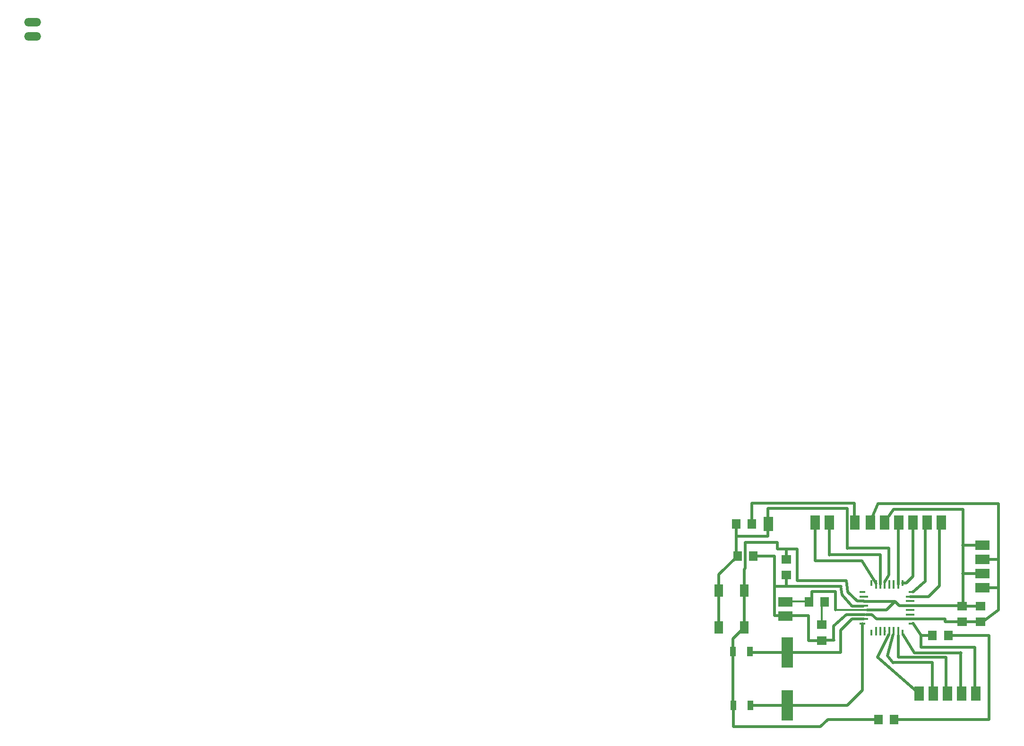
<source format=gbr>
%TF.GenerationSoftware,KiCad,Pcbnew,(6.0.0-0)*%
%TF.CreationDate,2022-04-29T14:29:20-04:00*%
%TF.ProjectId,satshakitmodifiedv4,73617473-6861-46b6-9974-6d6f64696669,rev?*%
%TF.SameCoordinates,Original*%
%TF.FileFunction,Copper,L1,Top*%
%TF.FilePolarity,Positive*%
%FSLAX46Y46*%
G04 Gerber Fmt 4.6, Leading zero omitted, Abs format (unit mm)*
G04 Created by KiCad (PCBNEW (6.0.0-0)) date 2022-04-29 14:29:20*
%MOMM*%
%LPD*%
G01*
G04 APERTURE LIST*
%TA.AperFunction,NonConductor*%
%ADD10C,0.500000*%
%TD*%
%TA.AperFunction,NonConductor*%
%ADD11C,0.200000*%
%TD*%
%TA.AperFunction,SMDPad,CuDef*%
%ADD12R,1.700000X2.500000*%
%TD*%
%TA.AperFunction,SMDPad,CuDef*%
%ADD13R,1.803000X1.600000*%
%TD*%
%TA.AperFunction,SMDPad,CuDef*%
%ADD14R,1.800000X1.600000*%
%TD*%
%TA.AperFunction,SMDPad,CuDef*%
%ADD15R,1.117600X1.803400*%
%TD*%
%TA.AperFunction,SMDPad,CuDef*%
%ADD16R,2.000000X5.500000*%
%TD*%
%TA.AperFunction,SMDPad,CuDef*%
%ADD17R,1.016000X0.406400*%
%TD*%
%TA.AperFunction,SMDPad,CuDef*%
%ADD18R,1.524000X0.355600*%
%TD*%
%TA.AperFunction,SMDPad,CuDef*%
%ADD19R,0.406400X1.016000*%
%TD*%
%TA.AperFunction,SMDPad,CuDef*%
%ADD20R,0.355600X1.524000*%
%TD*%
%TA.AperFunction,SMDPad,CuDef*%
%ADD21R,2.500000X1.700000*%
%TD*%
%TA.AperFunction,SMDPad,CuDef*%
%ADD22R,1.600000X1.800000*%
%TD*%
%TA.AperFunction,SMDPad,CuDef*%
%ADD23R,1.524000X2.286000*%
%TD*%
%TA.AperFunction,SMDPad,CuDef*%
%ADD24R,1.600000X1.803000*%
%TD*%
%TA.AperFunction,ComponentPad*%
%ADD25O,3.016000X1.508000*%
%TD*%
%TA.AperFunction,Conductor*%
%ADD26C,0.500000*%
%TD*%
%TA.AperFunction,Conductor*%
%ADD27C,0.254000*%
%TD*%
%TA.AperFunction,Conductor*%
%ADD28C,0.304800*%
%TD*%
G04 APERTURE END LIST*
D10*
X150368000Y-104902000D02*
X149352000Y-104902000D01*
X153162000Y-112268000D02*
X154178000Y-113538000D01*
X154178000Y-108458000D02*
X153162000Y-112268000D01*
X157988000Y-111760000D02*
X155956000Y-108458000D01*
X166370000Y-111760000D02*
X157988000Y-111760000D01*
X157734000Y-106426000D02*
X159258000Y-108712000D01*
X151384000Y-112522000D02*
X153416000Y-114300000D01*
X153416000Y-108458000D02*
X151384000Y-112522000D01*
X153416000Y-114300000D02*
X158762800Y-119035900D01*
X143510000Y-106934000D02*
X143510000Y-109474000D01*
X145796000Y-104902000D02*
X143510000Y-106934000D01*
X149098000Y-104902000D02*
X145796000Y-104902000D01*
X145034000Y-101346000D02*
X144780000Y-99822000D01*
X145796000Y-98806000D02*
X146050000Y-100838000D01*
D11*
X145542000Y-98806000D02*
X145796000Y-98806000D01*
D10*
X146812000Y-103378000D02*
X145034000Y-101346000D01*
X148844000Y-103378000D02*
X146812000Y-103378000D01*
X153416000Y-92964000D02*
X146050000Y-92964000D01*
X153416000Y-97790000D02*
X153416000Y-92964000D01*
X152654000Y-99060000D02*
X153416000Y-97790000D01*
X148590000Y-95250000D02*
X140208000Y-95250000D01*
X151130000Y-99314000D02*
X148590000Y-95250000D01*
X157734000Y-100838000D02*
X159766000Y-99060000D01*
X170180000Y-97536000D02*
X166624000Y-97536000D01*
X172986800Y-104049900D02*
X172986800Y-98969900D01*
X169938800Y-106335900D02*
X172986800Y-104049900D01*
X149872800Y-88555900D02*
X151396800Y-84999900D01*
X166636800Y-96683900D02*
X166636800Y-86015900D01*
X170180000Y-100076000D02*
X172974000Y-100076000D01*
X170166000Y-92476000D02*
X166624000Y-92456000D01*
X166636800Y-86015900D02*
X154190800Y-86015900D01*
X172986800Y-98969900D02*
X172986800Y-84999900D01*
X170180000Y-94996000D02*
X172974000Y-94996000D01*
X166636800Y-103541900D02*
X166636800Y-96683900D01*
X172986800Y-84999900D02*
X151396800Y-84999900D01*
X154190800Y-86015900D02*
X152412800Y-88555900D01*
D12*
%TO.P,REF\u002A\u002A,1*%
%TO.N,VCC*%
X150114000Y-88392000D03*
%TO.P,REF\u002A\u002A,2*%
%TO.N,GND*%
X152654000Y-88392000D03*
%TD*%
%TO.P,REF\u002A\u002A,1*%
%TO.N,1(Tx)*%
X140208000Y-88392000D03*
%TO.P,REF\u002A\u002A,2*%
%TO.N,0(Rx)*%
X142748000Y-88392000D03*
%TD*%
D13*
%TO.P,LED_GREEN,1*%
%TO.N,VCC*%
X141376400Y-109569000D03*
%TO.P,LED_GREEN,2*%
%TO.N,N$26*%
X141376400Y-106725000D03*
%TD*%
D14*
%TO.P,C4,1*%
%TO.N,VCC*%
X166522400Y-106245000D03*
%TO.P,C4,2*%
%TO.N,GND*%
X166522400Y-103445000D03*
%TD*%
D15*
%TO.P,C1,1*%
%TO.N,GND*%
X125450600Y-111525200D03*
%TO.P,C1,2*%
%TO.N,N$2*%
X128447800Y-111525200D03*
%TD*%
D12*
%TO.P,REF\u002A\u002A,1*%
%TO.N,N$3*%
X147320000Y-88392000D03*
%TD*%
D16*
%TO.P,CRYSTAL,1*%
%TO.N,N$9*%
X135178800Y-121202800D03*
%TO.P,CRYSTAL,2*%
%TO.N,N$2*%
X135178800Y-111702800D03*
%TD*%
D14*
%TO.P,C3,1*%
%TO.N,VCC*%
X135026400Y-97863000D03*
%TO.P,C3,2*%
%TO.N,GND*%
X135026400Y-95063000D03*
%TD*%
D17*
%TO.P,MICRO,1*%
%TO.N,3*%
X148640800Y-100902000D03*
D18*
%TO.P,MICRO,2*%
%TO.N,4*%
X148894800Y-101702000D03*
%TO.P,MICRO,3*%
%TO.N,GND*%
X148894800Y-102502000D03*
%TO.P,MICRO,4*%
%TO.N,VCC*%
X148894800Y-103302000D03*
%TO.P,MICRO,5*%
%TO.N,GND*%
X148894800Y-104102000D03*
%TO.P,MICRO,6*%
%TO.N,VCC*%
X148894800Y-104902000D03*
%TO.P,MICRO,7*%
%TO.N,N$2*%
X148894800Y-105702000D03*
D17*
%TO.P,MICRO,8*%
%TO.N,N$9*%
X148640800Y-106502000D03*
D19*
%TO.P,MICRO,9*%
%TO.N,5*%
X150260400Y-108121600D03*
D20*
%TO.P,MICRO,10*%
%TO.N,6*%
X151060400Y-107867600D03*
%TO.P,MICRO,11*%
%TO.N,7*%
X151860400Y-107867600D03*
%TO.P,MICRO,12*%
%TO.N,8*%
X152660400Y-107867600D03*
%TO.P,MICRO,13*%
%TO.N,9*%
X153460400Y-107867600D03*
%TO.P,MICRO,14*%
%TO.N,10*%
X154260400Y-107867600D03*
%TO.P,MICRO,15*%
%TO.N,11*%
X155060400Y-107867600D03*
D19*
%TO.P,MICRO,16*%
%TO.N,12*%
X155860400Y-108121600D03*
D17*
%TO.P,MICRO,17*%
%TO.N,13*%
X157480000Y-106502000D03*
D18*
%TO.P,MICRO,18*%
%TO.N,VCC*%
X157226000Y-105702000D03*
%TO.P,MICRO,19*%
%TO.N,ADC6*%
X157226000Y-104902000D03*
%TO.P,MICRO,20*%
%TO.N,VCC*%
X157226000Y-104102000D03*
%TO.P,MICRO,21*%
%TO.N,GND*%
X157226000Y-103302000D03*
%TO.P,MICRO,22*%
%TO.N,ADC7*%
X157226000Y-102502000D03*
%TO.P,MICRO,23*%
%TO.N,A0*%
X157226000Y-101702000D03*
D17*
%TO.P,MICRO,24*%
%TO.N,A1*%
X157480000Y-100902000D03*
D19*
%TO.P,MICRO,25*%
%TO.N,A2*%
X155860400Y-99282400D03*
D20*
%TO.P,MICRO,26*%
%TO.N,A3*%
X155060400Y-99536400D03*
%TO.P,MICRO,27*%
%TO.N,A4*%
X154260400Y-99536400D03*
%TO.P,MICRO,28*%
%TO.N,A5*%
X153460400Y-99536400D03*
%TO.P,MICRO,29*%
%TO.N,RST*%
X152660400Y-99536400D03*
%TO.P,MICRO,30*%
%TO.N,0(Rx)*%
X151860400Y-99536400D03*
%TO.P,MICRO,31*%
%TO.N,1(Tx)*%
X151060400Y-99536400D03*
D19*
%TO.P,MICRO,32*%
%TO.N,2*%
X150260400Y-99282400D03*
%TD*%
D14*
%TO.P,C5,1*%
%TO.N,VCC*%
X169824400Y-106245000D03*
%TO.P,C5,2*%
%TO.N,GND*%
X169824400Y-103445000D03*
%TD*%
D21*
%TO.P,REF\u002A\u002A,1*%
%TO.N,GND*%
X170166000Y-92476000D03*
%TO.P,REF\u002A\u002A,2*%
%TO.N,VCC*%
X170166000Y-95016000D03*
%TD*%
D22*
%TO.P,R1,1*%
%TO.N,VCC*%
X129060400Y-94405600D03*
%TO.P,R1,2*%
%TO.N,RST*%
X126260400Y-94405600D03*
%TD*%
D23*
%TO.P,SWITCH,1*%
%TO.N,RST*%
X122936000Y-107188000D03*
%TO.P,SWITCH,2*%
X122936000Y-100584000D03*
%TO.P,SWITCH,3*%
%TO.N,GND*%
X127508000Y-107188000D03*
%TO.P,SWITCH,4*%
X127508000Y-100584000D03*
%TD*%
D22*
%TO.P,R3,1*%
%TO.N,GND*%
X151508000Y-123698000D03*
%TO.P,R3,2*%
%TO.N,N$27*%
X154308000Y-123698000D03*
%TD*%
D12*
%TO.P,REF\u002A\u002A,1*%
%TO.N,RST*%
X131826000Y-88646000D03*
%TD*%
%TO.P,REF\u002A\u002A,1*%
%TO.N,N/C*%
X158762800Y-119035900D03*
%TO.P,REF\u002A\u002A,2*%
%TO.N,10*%
X161302800Y-119035900D03*
%TO.P,REF\u002A\u002A,3*%
%TO.N,11*%
X163842800Y-119035900D03*
%TO.P,REF\u002A\u002A,4*%
%TO.N,12*%
X166382800Y-119035900D03*
%TO.P,REF\u002A\u002A,5*%
%TO.N,N$12*%
X168922800Y-119035900D03*
%TD*%
D15*
%TO.P,C2,1*%
%TO.N,GND*%
X125552200Y-121202600D03*
%TO.P,C2,2*%
%TO.N,N$9*%
X128549400Y-121202600D03*
%TD*%
D12*
%TO.P,REF\u002A\u002A,1*%
%TO.N,A1*%
X160274000Y-88392000D03*
%TO.P,REF\u002A\u002A,2*%
%TO.N,A0*%
X162814000Y-88392000D03*
%TD*%
D24*
%TO.P,LED_13,1*%
%TO.N,N$12*%
X161163400Y-108655000D03*
%TO.P,LED_13,2*%
%TO.N,N$27*%
X164007400Y-108655000D03*
%TD*%
D12*
%TO.P,REF\u002A\u002A,1*%
%TO.N,A3*%
X155194000Y-88392000D03*
%TO.P,REF\u002A\u002A,2*%
%TO.N,A2*%
X157734000Y-88392000D03*
%TD*%
D22*
%TO.P,C6,1*%
%TO.N,RST*%
X126006400Y-88716000D03*
%TO.P,C6,2*%
%TO.N,N$3*%
X128806400Y-88716000D03*
%TD*%
D21*
%TO.P,REF\u002A\u002A,1*%
%TO.N,GND*%
X134874000Y-102616000D03*
%TO.P,REF\u002A\u002A,2*%
%TO.N,VCC*%
X134874000Y-105156000D03*
%TD*%
%TO.P,REF\u002A\u002A,1*%
%TO.N,GND*%
X170180000Y-97536000D03*
%TO.P,REF\u002A\u002A,2*%
%TO.N,VCC*%
X170180000Y-100076000D03*
%TD*%
D22*
%TO.P,R2,1*%
%TO.N,N$26*%
X141887400Y-102686000D03*
%TO.P,R2,2*%
%TO.N,GND*%
X139087400Y-102686000D03*
%TD*%
D25*
%TO.P,POWER,1*%
%TO.N,N/C*%
X0Y-1270000D03*
%TO.P,POWER,2*%
X0Y1270000D03*
%TD*%
D26*
%TO.N,VCC*%
X151168000Y-105702000D02*
X150368000Y-104902000D01*
X157226000Y-105702000D02*
X151168000Y-105702000D01*
D27*
%TO.N,GND*%
X154447946Y-102528925D02*
X154483511Y-102564489D01*
D26*
X154483511Y-102564489D02*
X155221021Y-103302000D01*
X149504400Y-104083000D02*
X152965000Y-104083000D01*
X152965000Y-104083000D02*
X154483511Y-102564489D01*
X155221021Y-103302000D02*
X157226000Y-103302000D01*
%TO.N,N$2*%
X144722800Y-111702800D02*
X135178800Y-111702800D01*
X148894800Y-105702000D02*
X146774000Y-105702000D01*
X146774000Y-105702000D02*
X144722800Y-107753200D01*
X144722800Y-107753200D02*
X144722800Y-111702800D01*
%TO.N,N$9*%
X148640800Y-106502000D02*
X148640800Y-118510400D01*
X148640800Y-118510400D02*
X145948400Y-121202800D01*
%TO.N,GND*%
X147701978Y-102502000D02*
X146050000Y-100850022D01*
X148894800Y-102502000D02*
X147701978Y-102502000D01*
X145567400Y-98876000D02*
X145358000Y-98876000D01*
X145358000Y-98876000D02*
X136931400Y-98876000D01*
%TO.N,A2*%
X156495600Y-99282400D02*
X157734000Y-98044000D01*
X155860400Y-99282400D02*
X156495600Y-99282400D01*
X157734000Y-98044000D02*
X157734000Y-94742000D01*
%TO.N,A0*%
X157226000Y-101702000D02*
X160521400Y-101702000D01*
X162458400Y-99765000D02*
X162458400Y-88462000D01*
X160521400Y-101702000D02*
X162458400Y-99765000D01*
%TO.N,A2*%
X157734000Y-94742000D02*
X157734000Y-88392000D01*
D28*
%TO.N,1(Tx)*%
X140265000Y-95193000D02*
X140208000Y-95250000D01*
D26*
X140208000Y-95250000D02*
X140208000Y-88392000D01*
%TO.N,0(Rx)*%
X151860400Y-99536400D02*
X151860400Y-94177000D01*
X151860400Y-94177000D02*
X142805000Y-94177000D01*
D28*
X142805000Y-94177000D02*
X142748000Y-94234000D01*
D26*
X142748000Y-94234000D02*
X142748000Y-88392000D01*
%TO.N,VCC*%
X166522400Y-106245000D02*
X169824400Y-106245000D01*
X144805400Y-99892000D02*
X135026400Y-99892000D01*
X141376400Y-109569000D02*
X138963400Y-109569000D01*
X132867400Y-99892000D02*
X135026400Y-99892000D01*
X138963400Y-109569000D02*
X138963400Y-105099000D01*
X143535400Y-109544000D02*
X141376400Y-109544000D01*
D28*
X157226000Y-104102000D02*
X157226000Y-104108400D01*
D26*
X132867400Y-99892000D02*
X132867400Y-105099000D01*
X163474400Y-105702000D02*
X163474400Y-106242000D01*
D28*
X135407400Y-97990000D02*
X135407400Y-98114000D01*
D26*
X132867400Y-94405600D02*
X129060400Y-94405600D01*
D28*
X157226000Y-105708600D02*
X157226000Y-105702000D01*
D26*
X138963400Y-105099000D02*
X135204200Y-105099000D01*
D28*
X149580600Y-104895800D02*
X148894800Y-104902000D01*
D26*
X157226000Y-105702000D02*
X163474400Y-105702000D01*
D28*
X157226000Y-105734000D02*
X157226000Y-105702000D01*
D26*
X163474400Y-106242000D02*
X166522400Y-106242000D01*
D28*
X157226000Y-104102000D02*
X156616400Y-104083000D01*
D27*
X157226000Y-104102000D02*
X156616400Y-104102000D01*
X156616400Y-104102000D02*
X156616400Y-104083000D01*
D26*
X135026400Y-99892000D02*
X135026400Y-97863000D01*
X132867400Y-94405600D02*
X132867400Y-99892000D01*
D28*
X141376400Y-109544000D02*
X141376400Y-109569000D01*
D26*
X135204200Y-105099000D02*
X132867400Y-105099000D01*
D28*
%TO.N,N$2*%
X128447800Y-111702800D02*
X128447800Y-111525200D01*
X148894800Y-105734000D02*
X148894800Y-105702000D01*
D26*
X135178800Y-111702800D02*
X128447800Y-111702800D01*
D28*
X128447800Y-111703000D02*
X128447800Y-111525200D01*
D26*
%TO.N,N$9*%
X135178800Y-121202800D02*
X128549400Y-121202800D01*
X135178800Y-121202800D02*
X145948400Y-121202800D01*
D28*
X128549400Y-121202800D02*
X128549400Y-121202600D01*
X148640800Y-106496000D02*
X148640800Y-106502000D01*
X128549400Y-121228000D02*
X128549400Y-121202600D01*
%TO.N,GND*%
X143789400Y-104083000D02*
X148894800Y-104083000D01*
D26*
X133375400Y-92018000D02*
X127660400Y-92018000D01*
X125450600Y-111525200D02*
X125450600Y-109245400D01*
D28*
X157226000Y-103302000D02*
X156616400Y-103321000D01*
D26*
X127508000Y-100584000D02*
X127508000Y-96824800D01*
X136931400Y-98876000D02*
X136931400Y-93161000D01*
X127660400Y-92018000D02*
X127660400Y-96672400D01*
X166522400Y-103445000D02*
X169824400Y-103445000D01*
X125450600Y-109245400D02*
X127508000Y-107188000D01*
X125552200Y-125038000D02*
X125552200Y-121202600D01*
X127508000Y-107188000D02*
X127508000Y-100584000D01*
D28*
X139595400Y-102559000D02*
X139087400Y-102686000D01*
D26*
X136931400Y-93161000D02*
X135026400Y-93161000D01*
X133375400Y-93161000D02*
X133375400Y-92018000D01*
X151508000Y-123698000D02*
X142462400Y-123698000D01*
X127508000Y-96824800D02*
X127660400Y-96672400D01*
D28*
X148894800Y-104083000D02*
X148894800Y-104102000D01*
X125450600Y-111525200D02*
X125374400Y-111525200D01*
X157226000Y-103295600D02*
X157226000Y-103302000D01*
D26*
X157226000Y-103302000D02*
X166522400Y-103302000D01*
D28*
X139595400Y-102813000D02*
X139087400Y-102686000D01*
D26*
X135026400Y-95063000D02*
X135026400Y-93161000D01*
X143789400Y-100781000D02*
X143789400Y-104083000D01*
X139598400Y-100781000D02*
X143789400Y-100781000D01*
D28*
X166522400Y-103302000D02*
X166522400Y-103445000D01*
D27*
X148894800Y-102502000D02*
X148921725Y-102528925D01*
D26*
X148921725Y-102528925D02*
X154447946Y-102528925D01*
X135026400Y-93161000D02*
X133375400Y-93161000D01*
X125450600Y-121202600D02*
X125450600Y-111525200D01*
D28*
X149504400Y-104083000D02*
X148894800Y-104102000D01*
X125552200Y-121202600D02*
X125450600Y-121202600D01*
D26*
X139598400Y-102813000D02*
X139598400Y-100781000D01*
D28*
X135204200Y-102559000D02*
X139595400Y-102559000D01*
X139595400Y-102813000D02*
X139598400Y-102813000D01*
X148894800Y-104108400D02*
X148894800Y-104102000D01*
D26*
X141122400Y-125038000D02*
X125552200Y-125038000D01*
X142462400Y-123698000D02*
X141122400Y-125038000D01*
D28*
X125450600Y-111525200D02*
X125501400Y-111525200D01*
D26*
%TO.N,N$12*%
X161163400Y-108655000D02*
X159156400Y-108655000D01*
X168808400Y-119069000D02*
X168808400Y-110814000D01*
X159156400Y-108655000D02*
X159156400Y-110814000D01*
X168808400Y-110814000D02*
X159156400Y-110814000D01*
D28*
%TO.N,N$26*%
X141887400Y-102686000D02*
X142265400Y-102940000D01*
X141887400Y-103067000D02*
X141887400Y-102686000D01*
X141376400Y-103067000D02*
X141887400Y-103067000D01*
X141376400Y-106725000D02*
X141376400Y-103067000D01*
%TO.N,N$27*%
X171348400Y-123768000D02*
X171278400Y-123698000D01*
D26*
X171278400Y-123698000D02*
X154308000Y-123698000D01*
X171348400Y-108655000D02*
X171348400Y-123768000D01*
X171348400Y-108655000D02*
X164007400Y-108655000D01*
%TO.N,N$3*%
X128806400Y-84956800D02*
X147218400Y-84956800D01*
X147218400Y-84956800D02*
X147218400Y-88462000D01*
X128806400Y-84956800D02*
X128806400Y-88716000D01*
%TO.N,RST*%
X126006400Y-94405600D02*
X126006400Y-90875000D01*
X131724400Y-85922000D02*
X145948400Y-85922000D01*
X145948400Y-85922000D02*
X145948400Y-93084800D01*
D28*
X126260400Y-94405600D02*
X126006400Y-94405600D01*
D26*
X122936000Y-97730000D02*
X126260400Y-94405600D01*
X131724400Y-90875000D02*
X126006400Y-90875000D01*
X131724400Y-85922000D02*
X131724400Y-88462000D01*
X131724400Y-88462000D02*
X131724400Y-90875000D01*
X122936000Y-100584000D02*
X122936000Y-97730000D01*
X126006400Y-90875000D02*
X126006400Y-88716000D01*
X122936000Y-107188000D02*
X122936000Y-100584000D01*
D28*
%TO.N,2*%
X150260400Y-99282400D02*
X150266400Y-99282400D01*
%TO.N,A5*%
X153460400Y-99536400D02*
X153441400Y-99536400D01*
%TO.N,A3*%
X155060400Y-99536400D02*
X155092400Y-99536400D01*
X154912795Y-89276605D02*
X154838400Y-89097000D01*
X154838400Y-89097000D02*
X154838400Y-88462000D01*
X155092400Y-89351000D02*
X154995198Y-89331665D01*
X155092400Y-89351000D02*
X155092400Y-89351000D01*
X154995198Y-89331665D02*
X154912795Y-89276605D01*
D26*
X155092400Y-99536400D02*
X155092400Y-89351000D01*
D28*
%TO.N,A2*%
X155860400Y-99282400D02*
X155854400Y-99282400D01*
%TO.N,A1*%
X157480000Y-100902000D02*
X157505400Y-100902000D01*
D26*
X159918400Y-99003000D02*
X159918400Y-88462000D01*
D28*
%TO.N,8*%
X152660400Y-107867600D02*
X152679400Y-107867600D01*
D26*
%TO.N,10*%
X161188400Y-113481000D02*
X154260400Y-113481000D01*
X161188400Y-119069000D02*
X161188400Y-113481000D01*
D28*
%TO.N,11*%
X163728400Y-119429500D02*
X164350800Y-120051900D01*
D26*
X163601400Y-112592000D02*
X155092400Y-112592000D01*
X155092400Y-112592000D02*
X155092400Y-108655000D01*
X163601400Y-119069000D02*
X163601400Y-112592000D01*
D28*
X163728400Y-119069000D02*
X163601400Y-119069000D01*
X163728400Y-119069000D02*
X163728400Y-119429500D01*
X155060400Y-107867600D02*
X155092400Y-108655000D01*
%TO.N,12*%
X155860400Y-108121600D02*
X155854400Y-108121600D01*
D26*
X166268400Y-119069000D02*
X166268400Y-111703000D01*
%TD*%
M02*

</source>
